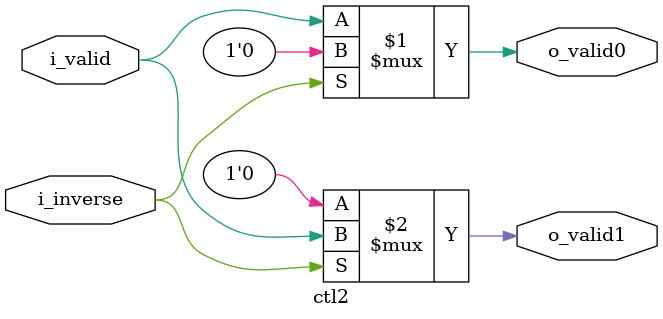
<source format=v>
module ctl2(
          i_valid  ,
	  i_inverse,
//----------------------------------//
          o_valid0,//to dct 
          o_valid1//to i_dct
);

// ********************************************
//                                             
//    INPUT / OUTPUT DECLARATION                                               
//                                                                             
// ********************************************  

input                       i_valid   ;
input                       i_inverse ;

output wire                     o_valid0  ;//to dct
output wire                     o_valid1  ;//to idct

assign o_valid0 = i_inverse?  1'b0 : i_valid;//to dct
assign o_valid1 = i_inverse?  i_valid : 1'b0;//to idct 


endmodule


</source>
